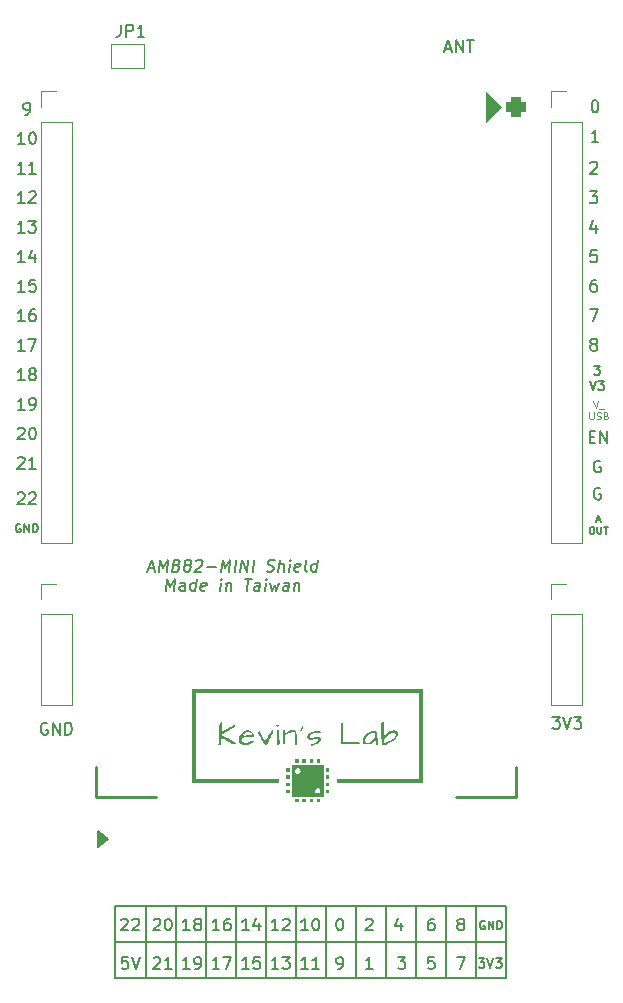
<source format=gto>
G04 #@! TF.GenerationSoftware,KiCad,Pcbnew,(6.0.7)*
G04 #@! TF.CreationDate,2023-01-29T13:56:44+08:00*
G04 #@! TF.ProjectId,mainBoard,6d61696e-426f-4617-9264-2e6b69636164,rev?*
G04 #@! TF.SameCoordinates,Original*
G04 #@! TF.FileFunction,Legend,Top*
G04 #@! TF.FilePolarity,Positive*
%FSLAX46Y46*%
G04 Gerber Fmt 4.6, Leading zero omitted, Abs format (unit mm)*
G04 Created by KiCad (PCBNEW (6.0.7)) date 2023-01-29 13:56:44*
%MOMM*%
%LPD*%
G01*
G04 APERTURE LIST*
G04 Aperture macros list*
%AMRoundRect*
0 Rectangle with rounded corners*
0 $1 Rounding radius*
0 $2 $3 $4 $5 $6 $7 $8 $9 X,Y pos of 4 corners*
0 Add a 4 corners polygon primitive as box body*
4,1,4,$2,$3,$4,$5,$6,$7,$8,$9,$2,$3,0*
0 Add four circle primitives for the rounded corners*
1,1,$1+$1,$2,$3*
1,1,$1+$1,$4,$5*
1,1,$1+$1,$6,$7*
1,1,$1+$1,$8,$9*
0 Add four rect primitives between the rounded corners*
20,1,$1+$1,$2,$3,$4,$5,0*
20,1,$1+$1,$4,$5,$6,$7,0*
20,1,$1+$1,$6,$7,$8,$9,0*
20,1,$1+$1,$8,$9,$2,$3,0*%
G04 Aperture macros list end*
%ADD10C,0.150000*%
%ADD11C,0.125000*%
%ADD12C,0.120000*%
%ADD13C,0.254000*%
%ADD14R,1.700000X1.700000*%
%ADD15O,1.700000X1.700000*%
%ADD16C,3.000000*%
%ADD17RoundRect,0.425000X-0.425000X-0.425000X0.425000X-0.425000X0.425000X0.425000X-0.425000X0.425000X0*%
%ADD18C,1.700000*%
%ADD19C,2.100000*%
%ADD20R,1.000000X1.500000*%
%ADD21R,2.600000X2.600000*%
%ADD22C,2.600000*%
G04 APERTURE END LIST*
D10*
X134620000Y-144080000D02*
X134620000Y-138000000D01*
X137160000Y-144080000D02*
X137160000Y-138000000D01*
X139700000Y-144080000D02*
X139700000Y-138000000D01*
X149860000Y-144080000D02*
X149860000Y-138000000D01*
X154940000Y-144080000D02*
X154940000Y-138000000D01*
X160020000Y-144080000D02*
X160020000Y-138000000D01*
X132000000Y-138000000D02*
X165100000Y-138000000D01*
X165100000Y-138000000D02*
X165100000Y-144080000D01*
X165100000Y-144080000D02*
X132000000Y-144080000D01*
X132000000Y-144080000D02*
X132000000Y-138000000D01*
X157480000Y-144080000D02*
X157480000Y-138000000D01*
X144780000Y-144080000D02*
X144780000Y-138000000D01*
X162560000Y-144080000D02*
X162560000Y-138000000D01*
X147320000Y-144080000D02*
X147320000Y-138000000D01*
X142240000Y-144080000D02*
X142240000Y-138000000D01*
G36*
X131400000Y-132300000D02*
G01*
X130500000Y-133000000D01*
X130500000Y-131600000D01*
X131400000Y-132300000D01*
G37*
X131400000Y-132300000D02*
X130500000Y-133000000D01*
X130500000Y-131600000D01*
X131400000Y-132300000D01*
X132000000Y-141040000D02*
X165100000Y-141040000D01*
X152400000Y-144080000D02*
X152400000Y-138000000D01*
X138309523Y-140032380D02*
X137738095Y-140032380D01*
X138023809Y-140032380D02*
X138023809Y-139032380D01*
X137928571Y-139175238D01*
X137833333Y-139270476D01*
X137738095Y-139318095D01*
X138880952Y-139460952D02*
X138785714Y-139413333D01*
X138738095Y-139365714D01*
X138690476Y-139270476D01*
X138690476Y-139222857D01*
X138738095Y-139127619D01*
X138785714Y-139080000D01*
X138880952Y-139032380D01*
X139071428Y-139032380D01*
X139166666Y-139080000D01*
X139214285Y-139127619D01*
X139261904Y-139222857D01*
X139261904Y-139270476D01*
X139214285Y-139365714D01*
X139166666Y-139413333D01*
X139071428Y-139460952D01*
X138880952Y-139460952D01*
X138785714Y-139508571D01*
X138738095Y-139556190D01*
X138690476Y-139651428D01*
X138690476Y-139841904D01*
X138738095Y-139937142D01*
X138785714Y-139984761D01*
X138880952Y-140032380D01*
X139071428Y-140032380D01*
X139166666Y-139984761D01*
X139214285Y-139937142D01*
X139261904Y-139841904D01*
X139261904Y-139651428D01*
X139214285Y-139556190D01*
X139166666Y-139508571D01*
X139071428Y-139460952D01*
X153785714Y-143282380D02*
X153214285Y-143282380D01*
X153500000Y-143282380D02*
X153500000Y-142282380D01*
X153404761Y-142425238D01*
X153309523Y-142520476D01*
X153214285Y-142568095D01*
X138309523Y-143282380D02*
X137738095Y-143282380D01*
X138023809Y-143282380D02*
X138023809Y-142282380D01*
X137928571Y-142425238D01*
X137833333Y-142520476D01*
X137738095Y-142568095D01*
X138785714Y-143282380D02*
X138976190Y-143282380D01*
X139071428Y-143234761D01*
X139119047Y-143187142D01*
X139214285Y-143044285D01*
X139261904Y-142853809D01*
X139261904Y-142472857D01*
X139214285Y-142377619D01*
X139166666Y-142330000D01*
X139071428Y-142282380D01*
X138880952Y-142282380D01*
X138785714Y-142330000D01*
X138738095Y-142377619D01*
X138690476Y-142472857D01*
X138690476Y-142710952D01*
X138738095Y-142806190D01*
X138785714Y-142853809D01*
X138880952Y-142901428D01*
X139071428Y-142901428D01*
X139166666Y-142853809D01*
X139214285Y-142806190D01*
X139261904Y-142710952D01*
X172533333Y-92217904D02*
X173028571Y-92217904D01*
X172761904Y-92522666D01*
X172876190Y-92522666D01*
X172952380Y-92560761D01*
X172990476Y-92598857D01*
X173028571Y-92675047D01*
X173028571Y-92865523D01*
X172990476Y-92941714D01*
X172952380Y-92979809D01*
X172876190Y-93017904D01*
X172647619Y-93017904D01*
X172571428Y-92979809D01*
X172533333Y-92941714D01*
X172152380Y-93505904D02*
X172419047Y-94305904D01*
X172685714Y-93505904D01*
X172876190Y-93505904D02*
X173371428Y-93505904D01*
X173104761Y-93810666D01*
X173219047Y-93810666D01*
X173295238Y-93848761D01*
X173333333Y-93886857D01*
X173371428Y-93963047D01*
X173371428Y-94153523D01*
X173333333Y-94229714D01*
X173295238Y-94267809D01*
X173219047Y-94305904D01*
X172990476Y-94305904D01*
X172914285Y-94267809D01*
X172876190Y-94229714D01*
X123738095Y-97547619D02*
X123785714Y-97500000D01*
X123880952Y-97452380D01*
X124119047Y-97452380D01*
X124214285Y-97500000D01*
X124261904Y-97547619D01*
X124309523Y-97642857D01*
X124309523Y-97738095D01*
X124261904Y-97880952D01*
X123690476Y-98452380D01*
X124309523Y-98452380D01*
X124928571Y-97452380D02*
X125023809Y-97452380D01*
X125119047Y-97500000D01*
X125166666Y-97547619D01*
X125214285Y-97642857D01*
X125261904Y-97833333D01*
X125261904Y-98071428D01*
X125214285Y-98261904D01*
X125166666Y-98357142D01*
X125119047Y-98404761D01*
X125023809Y-98452380D01*
X124928571Y-98452380D01*
X124833333Y-98404761D01*
X124785714Y-98357142D01*
X124738095Y-98261904D01*
X124690476Y-98071428D01*
X124690476Y-97833333D01*
X124738095Y-97642857D01*
X124785714Y-97547619D01*
X124833333Y-97500000D01*
X124928571Y-97452380D01*
X159957142Y-65366666D02*
X160433333Y-65366666D01*
X159861904Y-65652380D02*
X160195238Y-64652380D01*
X160528571Y-65652380D01*
X160861904Y-65652380D02*
X160861904Y-64652380D01*
X161433333Y-65652380D01*
X161433333Y-64652380D01*
X161766666Y-64652380D02*
X162338095Y-64652380D01*
X162052380Y-65652380D02*
X162052380Y-64652380D01*
X172738095Y-82452380D02*
X172261904Y-82452380D01*
X172214285Y-82928571D01*
X172261904Y-82880952D01*
X172357142Y-82833333D01*
X172595238Y-82833333D01*
X172690476Y-82880952D01*
X172738095Y-82928571D01*
X172785714Y-83023809D01*
X172785714Y-83261904D01*
X172738095Y-83357142D01*
X172690476Y-83404761D01*
X172595238Y-83452380D01*
X172357142Y-83452380D01*
X172261904Y-83404761D01*
X172214285Y-83357142D01*
X153214285Y-139127619D02*
X153261904Y-139080000D01*
X153357142Y-139032380D01*
X153595238Y-139032380D01*
X153690476Y-139080000D01*
X153738095Y-139127619D01*
X153785714Y-139222857D01*
X153785714Y-139318095D01*
X153738095Y-139460952D01*
X153166666Y-140032380D01*
X153785714Y-140032380D01*
X124309523Y-73452380D02*
X123738095Y-73452380D01*
X124023809Y-73452380D02*
X124023809Y-72452380D01*
X123928571Y-72595238D01*
X123833333Y-72690476D01*
X123738095Y-72738095D01*
X124928571Y-72452380D02*
X125023809Y-72452380D01*
X125119047Y-72500000D01*
X125166666Y-72547619D01*
X125214285Y-72642857D01*
X125261904Y-72833333D01*
X125261904Y-73071428D01*
X125214285Y-73261904D01*
X125166666Y-73357142D01*
X125119047Y-73404761D01*
X125023809Y-73452380D01*
X124928571Y-73452380D01*
X124833333Y-73404761D01*
X124785714Y-73357142D01*
X124738095Y-73261904D01*
X124690476Y-73071428D01*
X124690476Y-72833333D01*
X124738095Y-72642857D01*
X124785714Y-72547619D01*
X124833333Y-72500000D01*
X124928571Y-72452380D01*
X172214285Y-75047619D02*
X172261904Y-75000000D01*
X172357142Y-74952380D01*
X172595238Y-74952380D01*
X172690476Y-75000000D01*
X172738095Y-75047619D01*
X172785714Y-75142857D01*
X172785714Y-75238095D01*
X172738095Y-75380952D01*
X172166666Y-75952380D01*
X172785714Y-75952380D01*
X145809523Y-140032380D02*
X145238095Y-140032380D01*
X145523809Y-140032380D02*
X145523809Y-139032380D01*
X145428571Y-139175238D01*
X145333333Y-139270476D01*
X145238095Y-139318095D01*
X146190476Y-139127619D02*
X146238095Y-139080000D01*
X146333333Y-139032380D01*
X146571428Y-139032380D01*
X146666666Y-139080000D01*
X146714285Y-139127619D01*
X146761904Y-139222857D01*
X146761904Y-139318095D01*
X146714285Y-139460952D01*
X146142857Y-140032380D01*
X146761904Y-140032380D01*
X124309523Y-78452380D02*
X123738095Y-78452380D01*
X124023809Y-78452380D02*
X124023809Y-77452380D01*
X123928571Y-77595238D01*
X123833333Y-77690476D01*
X123738095Y-77738095D01*
X124690476Y-77547619D02*
X124738095Y-77500000D01*
X124833333Y-77452380D01*
X125071428Y-77452380D01*
X125166666Y-77500000D01*
X125214285Y-77547619D01*
X125261904Y-77642857D01*
X125261904Y-77738095D01*
X125214285Y-77880952D01*
X124642857Y-78452380D01*
X125261904Y-78452380D01*
X124309523Y-95952380D02*
X123738095Y-95952380D01*
X124023809Y-95952380D02*
X124023809Y-94952380D01*
X123928571Y-95095238D01*
X123833333Y-95190476D01*
X123738095Y-95238095D01*
X124785714Y-95952380D02*
X124976190Y-95952380D01*
X125071428Y-95904761D01*
X125119047Y-95857142D01*
X125214285Y-95714285D01*
X125261904Y-95523809D01*
X125261904Y-95142857D01*
X125214285Y-95047619D01*
X125166666Y-95000000D01*
X125071428Y-94952380D01*
X124880952Y-94952380D01*
X124785714Y-95000000D01*
X124738095Y-95047619D01*
X124690476Y-95142857D01*
X124690476Y-95380952D01*
X124738095Y-95476190D01*
X124785714Y-95523809D01*
X124880952Y-95571428D01*
X125071428Y-95571428D01*
X125166666Y-95523809D01*
X125214285Y-95476190D01*
X125261904Y-95380952D01*
X124309523Y-88452380D02*
X123738095Y-88452380D01*
X124023809Y-88452380D02*
X124023809Y-87452380D01*
X123928571Y-87595238D01*
X123833333Y-87690476D01*
X123738095Y-87738095D01*
X125166666Y-87452380D02*
X124976190Y-87452380D01*
X124880952Y-87500000D01*
X124833333Y-87547619D01*
X124738095Y-87690476D01*
X124690476Y-87880952D01*
X124690476Y-88261904D01*
X124738095Y-88357142D01*
X124785714Y-88404761D01*
X124880952Y-88452380D01*
X125071428Y-88452380D01*
X125166666Y-88404761D01*
X125214285Y-88357142D01*
X125261904Y-88261904D01*
X125261904Y-88023809D01*
X125214285Y-87928571D01*
X125166666Y-87880952D01*
X125071428Y-87833333D01*
X124880952Y-87833333D01*
X124785714Y-87880952D01*
X124738095Y-87928571D01*
X124690476Y-88023809D01*
X124309523Y-90952380D02*
X123738095Y-90952380D01*
X124023809Y-90952380D02*
X124023809Y-89952380D01*
X123928571Y-90095238D01*
X123833333Y-90190476D01*
X123738095Y-90238095D01*
X124642857Y-89952380D02*
X125309523Y-89952380D01*
X124880952Y-90952380D01*
X135238095Y-139127619D02*
X135285714Y-139080000D01*
X135380952Y-139032380D01*
X135619047Y-139032380D01*
X135714285Y-139080000D01*
X135761904Y-139127619D01*
X135809523Y-139222857D01*
X135809523Y-139318095D01*
X135761904Y-139460952D01*
X135190476Y-140032380D01*
X135809523Y-140032380D01*
X136428571Y-139032380D02*
X136523809Y-139032380D01*
X136619047Y-139080000D01*
X136666666Y-139127619D01*
X136714285Y-139222857D01*
X136761904Y-139413333D01*
X136761904Y-139651428D01*
X136714285Y-139841904D01*
X136666666Y-139937142D01*
X136619047Y-139984761D01*
X136523809Y-140032380D01*
X136428571Y-140032380D01*
X136333333Y-139984761D01*
X136285714Y-139937142D01*
X136238095Y-139841904D01*
X136190476Y-139651428D01*
X136190476Y-139413333D01*
X136238095Y-139222857D01*
X136285714Y-139127619D01*
X136333333Y-139080000D01*
X136428571Y-139032380D01*
X133059523Y-142282380D02*
X132583333Y-142282380D01*
X132535714Y-142758571D01*
X132583333Y-142710952D01*
X132678571Y-142663333D01*
X132916666Y-142663333D01*
X133011904Y-142710952D01*
X133059523Y-142758571D01*
X133107142Y-142853809D01*
X133107142Y-143091904D01*
X133059523Y-143187142D01*
X133011904Y-143234761D01*
X132916666Y-143282380D01*
X132678571Y-143282380D01*
X132583333Y-143234761D01*
X132535714Y-143187142D01*
X133392857Y-142282380D02*
X133726190Y-143282380D01*
X134059523Y-142282380D01*
X124309523Y-70952380D02*
X124500000Y-70952380D01*
X124595238Y-70904761D01*
X124642857Y-70857142D01*
X124738095Y-70714285D01*
X124785714Y-70523809D01*
X124785714Y-70142857D01*
X124738095Y-70047619D01*
X124690476Y-70000000D01*
X124595238Y-69952380D01*
X124404761Y-69952380D01*
X124309523Y-70000000D01*
X124261904Y-70047619D01*
X124214285Y-70142857D01*
X124214285Y-70380952D01*
X124261904Y-70476190D01*
X124309523Y-70523809D01*
X124404761Y-70571428D01*
X124595238Y-70571428D01*
X124690476Y-70523809D01*
X124738095Y-70476190D01*
X124785714Y-70380952D01*
X126238095Y-122500000D02*
X126142857Y-122452380D01*
X126000000Y-122452380D01*
X125857142Y-122500000D01*
X125761904Y-122595238D01*
X125714285Y-122690476D01*
X125666666Y-122880952D01*
X125666666Y-123023809D01*
X125714285Y-123214285D01*
X125761904Y-123309523D01*
X125857142Y-123404761D01*
X126000000Y-123452380D01*
X126095238Y-123452380D01*
X126238095Y-123404761D01*
X126285714Y-123357142D01*
X126285714Y-123023809D01*
X126095238Y-123023809D01*
X126714285Y-123452380D02*
X126714285Y-122452380D01*
X127285714Y-123452380D01*
X127285714Y-122452380D01*
X127761904Y-123452380D02*
X127761904Y-122452380D01*
X128000000Y-122452380D01*
X128142857Y-122500000D01*
X128238095Y-122595238D01*
X128285714Y-122690476D01*
X128333333Y-122880952D01*
X128333333Y-123023809D01*
X128285714Y-123214285D01*
X128238095Y-123309523D01*
X128142857Y-123404761D01*
X128000000Y-123452380D01*
X127761904Y-123452380D01*
X150952380Y-139032380D02*
X151047619Y-139032380D01*
X151142857Y-139080000D01*
X151190476Y-139127619D01*
X151238095Y-139222857D01*
X151285714Y-139413333D01*
X151285714Y-139651428D01*
X151238095Y-139841904D01*
X151190476Y-139937142D01*
X151142857Y-139984761D01*
X151047619Y-140032380D01*
X150952380Y-140032380D01*
X150857142Y-139984761D01*
X150809523Y-139937142D01*
X150761904Y-139841904D01*
X150714285Y-139651428D01*
X150714285Y-139413333D01*
X150761904Y-139222857D01*
X150809523Y-139127619D01*
X150857142Y-139080000D01*
X150952380Y-139032380D01*
X134798184Y-109361666D02*
X135274375Y-109361666D01*
X134667232Y-109647380D02*
X135125565Y-108647380D01*
X135333898Y-109647380D01*
X135667232Y-109647380D02*
X135792232Y-108647380D01*
X136036279Y-109361666D01*
X136458898Y-108647380D01*
X136333898Y-109647380D01*
X137208898Y-109123571D02*
X137345803Y-109171190D01*
X137387470Y-109218809D01*
X137423184Y-109314047D01*
X137405327Y-109456904D01*
X137345803Y-109552142D01*
X137292232Y-109599761D01*
X137191041Y-109647380D01*
X136810089Y-109647380D01*
X136935089Y-108647380D01*
X137268422Y-108647380D01*
X137357708Y-108695000D01*
X137399375Y-108742619D01*
X137435089Y-108837857D01*
X137423184Y-108933095D01*
X137363660Y-109028333D01*
X137310089Y-109075952D01*
X137208898Y-109123571D01*
X136875565Y-109123571D01*
X138024375Y-109075952D02*
X137935089Y-109028333D01*
X137893422Y-108980714D01*
X137857708Y-108885476D01*
X137863660Y-108837857D01*
X137923184Y-108742619D01*
X137976755Y-108695000D01*
X138077946Y-108647380D01*
X138268422Y-108647380D01*
X138357708Y-108695000D01*
X138399375Y-108742619D01*
X138435089Y-108837857D01*
X138429136Y-108885476D01*
X138369613Y-108980714D01*
X138316041Y-109028333D01*
X138214851Y-109075952D01*
X138024375Y-109075952D01*
X137923184Y-109123571D01*
X137869613Y-109171190D01*
X137810089Y-109266428D01*
X137786279Y-109456904D01*
X137821994Y-109552142D01*
X137863660Y-109599761D01*
X137952946Y-109647380D01*
X138143422Y-109647380D01*
X138244613Y-109599761D01*
X138298184Y-109552142D01*
X138357708Y-109456904D01*
X138381517Y-109266428D01*
X138345803Y-109171190D01*
X138304136Y-109123571D01*
X138214851Y-109075952D01*
X138827946Y-108742619D02*
X138881517Y-108695000D01*
X138982708Y-108647380D01*
X139220803Y-108647380D01*
X139310089Y-108695000D01*
X139351755Y-108742619D01*
X139387470Y-108837857D01*
X139375565Y-108933095D01*
X139310089Y-109075952D01*
X138667232Y-109647380D01*
X139286279Y-109647380D01*
X139762470Y-109266428D02*
X140524375Y-109266428D01*
X140952946Y-109647380D02*
X141077946Y-108647380D01*
X141321994Y-109361666D01*
X141744613Y-108647380D01*
X141619613Y-109647380D01*
X142095803Y-109647380D02*
X142220803Y-108647380D01*
X142571994Y-109647380D02*
X142696994Y-108647380D01*
X143143422Y-109647380D01*
X143268422Y-108647380D01*
X143619613Y-109647380D02*
X143744613Y-108647380D01*
X144816041Y-109599761D02*
X144952946Y-109647380D01*
X145191041Y-109647380D01*
X145292232Y-109599761D01*
X145345803Y-109552142D01*
X145405327Y-109456904D01*
X145417232Y-109361666D01*
X145381517Y-109266428D01*
X145339851Y-109218809D01*
X145250565Y-109171190D01*
X145066041Y-109123571D01*
X144976755Y-109075952D01*
X144935089Y-109028333D01*
X144899375Y-108933095D01*
X144911279Y-108837857D01*
X144970803Y-108742619D01*
X145024375Y-108695000D01*
X145125565Y-108647380D01*
X145363660Y-108647380D01*
X145500565Y-108695000D01*
X145810089Y-109647380D02*
X145935089Y-108647380D01*
X146238660Y-109647380D02*
X146304136Y-109123571D01*
X146268422Y-109028333D01*
X146179136Y-108980714D01*
X146036279Y-108980714D01*
X145935089Y-109028333D01*
X145881517Y-109075952D01*
X146714851Y-109647380D02*
X146798184Y-108980714D01*
X146839851Y-108647380D02*
X146786279Y-108695000D01*
X146827946Y-108742619D01*
X146881517Y-108695000D01*
X146839851Y-108647380D01*
X146827946Y-108742619D01*
X147577946Y-109599761D02*
X147476755Y-109647380D01*
X147286279Y-109647380D01*
X147196994Y-109599761D01*
X147161279Y-109504523D01*
X147208898Y-109123571D01*
X147268422Y-109028333D01*
X147369613Y-108980714D01*
X147560089Y-108980714D01*
X147649375Y-109028333D01*
X147685089Y-109123571D01*
X147673184Y-109218809D01*
X147185089Y-109314047D01*
X148191041Y-109647380D02*
X148101755Y-109599761D01*
X148066041Y-109504523D01*
X148173184Y-108647380D01*
X149000565Y-109647380D02*
X149125565Y-108647380D01*
X149006517Y-109599761D02*
X148905327Y-109647380D01*
X148714851Y-109647380D01*
X148625565Y-109599761D01*
X148583898Y-109552142D01*
X148548184Y-109456904D01*
X148583898Y-109171190D01*
X148643422Y-109075952D01*
X148696994Y-109028333D01*
X148798184Y-108980714D01*
X148988660Y-108980714D01*
X149077946Y-109028333D01*
X136286279Y-111257380D02*
X136411279Y-110257380D01*
X136655327Y-110971666D01*
X137077946Y-110257380D01*
X136952946Y-111257380D01*
X137857708Y-111257380D02*
X137923184Y-110733571D01*
X137887470Y-110638333D01*
X137798184Y-110590714D01*
X137607708Y-110590714D01*
X137506517Y-110638333D01*
X137863660Y-111209761D02*
X137762470Y-111257380D01*
X137524375Y-111257380D01*
X137435089Y-111209761D01*
X137399375Y-111114523D01*
X137411279Y-111019285D01*
X137470803Y-110924047D01*
X137571994Y-110876428D01*
X137810089Y-110876428D01*
X137911279Y-110828809D01*
X138762470Y-111257380D02*
X138887470Y-110257380D01*
X138768422Y-111209761D02*
X138667232Y-111257380D01*
X138476755Y-111257380D01*
X138387470Y-111209761D01*
X138345803Y-111162142D01*
X138310089Y-111066904D01*
X138345803Y-110781190D01*
X138405327Y-110685952D01*
X138458898Y-110638333D01*
X138560089Y-110590714D01*
X138750565Y-110590714D01*
X138839851Y-110638333D01*
X139625565Y-111209761D02*
X139524375Y-111257380D01*
X139333898Y-111257380D01*
X139244613Y-111209761D01*
X139208898Y-111114523D01*
X139256517Y-110733571D01*
X139316041Y-110638333D01*
X139417232Y-110590714D01*
X139607708Y-110590714D01*
X139696994Y-110638333D01*
X139732708Y-110733571D01*
X139720803Y-110828809D01*
X139232708Y-110924047D01*
X140857708Y-111257380D02*
X140941041Y-110590714D01*
X140982708Y-110257380D02*
X140929136Y-110305000D01*
X140970803Y-110352619D01*
X141024375Y-110305000D01*
X140982708Y-110257380D01*
X140970803Y-110352619D01*
X141417232Y-110590714D02*
X141333898Y-111257380D01*
X141405327Y-110685952D02*
X141458898Y-110638333D01*
X141560089Y-110590714D01*
X141702946Y-110590714D01*
X141792232Y-110638333D01*
X141827946Y-110733571D01*
X141762470Y-111257380D01*
X142982708Y-110257380D02*
X143554136Y-110257380D01*
X143143422Y-111257380D02*
X143268422Y-110257380D01*
X144191041Y-111257380D02*
X144256517Y-110733571D01*
X144220803Y-110638333D01*
X144131517Y-110590714D01*
X143941041Y-110590714D01*
X143839851Y-110638333D01*
X144196994Y-111209761D02*
X144095803Y-111257380D01*
X143857708Y-111257380D01*
X143768422Y-111209761D01*
X143732708Y-111114523D01*
X143744613Y-111019285D01*
X143804136Y-110924047D01*
X143905327Y-110876428D01*
X144143422Y-110876428D01*
X144244613Y-110828809D01*
X144667232Y-111257380D02*
X144750565Y-110590714D01*
X144792232Y-110257380D02*
X144738660Y-110305000D01*
X144780327Y-110352619D01*
X144833898Y-110305000D01*
X144792232Y-110257380D01*
X144780327Y-110352619D01*
X145131517Y-110590714D02*
X145238660Y-111257380D01*
X145488660Y-110781190D01*
X145619613Y-111257380D01*
X145893422Y-110590714D01*
X146619613Y-111257380D02*
X146685089Y-110733571D01*
X146649375Y-110638333D01*
X146560089Y-110590714D01*
X146369613Y-110590714D01*
X146268422Y-110638333D01*
X146625565Y-111209761D02*
X146524375Y-111257380D01*
X146286279Y-111257380D01*
X146196994Y-111209761D01*
X146161279Y-111114523D01*
X146173184Y-111019285D01*
X146232708Y-110924047D01*
X146333898Y-110876428D01*
X146571994Y-110876428D01*
X146673184Y-110828809D01*
X147179136Y-110590714D02*
X147095803Y-111257380D01*
X147167232Y-110685952D02*
X147220803Y-110638333D01*
X147321994Y-110590714D01*
X147464851Y-110590714D01*
X147554136Y-110638333D01*
X147589851Y-110733571D01*
X147524375Y-111257380D01*
X124309523Y-85952380D02*
X123738095Y-85952380D01*
X124023809Y-85952380D02*
X124023809Y-84952380D01*
X123928571Y-85095238D01*
X123833333Y-85190476D01*
X123738095Y-85238095D01*
X125214285Y-84952380D02*
X124738095Y-84952380D01*
X124690476Y-85428571D01*
X124738095Y-85380952D01*
X124833333Y-85333333D01*
X125071428Y-85333333D01*
X125166666Y-85380952D01*
X125214285Y-85428571D01*
X125261904Y-85523809D01*
X125261904Y-85761904D01*
X125214285Y-85857142D01*
X125166666Y-85904761D01*
X125071428Y-85952380D01*
X124833333Y-85952380D01*
X124738095Y-85904761D01*
X124690476Y-85857142D01*
X143309523Y-140032380D02*
X142738095Y-140032380D01*
X143023809Y-140032380D02*
X143023809Y-139032380D01*
X142928571Y-139175238D01*
X142833333Y-139270476D01*
X142738095Y-139318095D01*
X144166666Y-139365714D02*
X144166666Y-140032380D01*
X143928571Y-138984761D02*
X143690476Y-139699047D01*
X144309523Y-139699047D01*
X172404761Y-90380952D02*
X172309523Y-90333333D01*
X172261904Y-90285714D01*
X172214285Y-90190476D01*
X172214285Y-90142857D01*
X172261904Y-90047619D01*
X172309523Y-90000000D01*
X172404761Y-89952380D01*
X172595238Y-89952380D01*
X172690476Y-90000000D01*
X172738095Y-90047619D01*
X172785714Y-90142857D01*
X172785714Y-90190476D01*
X172738095Y-90285714D01*
X172690476Y-90333333D01*
X172595238Y-90380952D01*
X172404761Y-90380952D01*
X172309523Y-90428571D01*
X172261904Y-90476190D01*
X172214285Y-90571428D01*
X172214285Y-90761904D01*
X172261904Y-90857142D01*
X172309523Y-90904761D01*
X172404761Y-90952380D01*
X172595238Y-90952380D01*
X172690476Y-90904761D01*
X172738095Y-90857142D01*
X172785714Y-90761904D01*
X172785714Y-90571428D01*
X172738095Y-90476190D01*
X172690476Y-90428571D01*
X172595238Y-90380952D01*
X124309523Y-93452380D02*
X123738095Y-93452380D01*
X124023809Y-93452380D02*
X124023809Y-92452380D01*
X123928571Y-92595238D01*
X123833333Y-92690476D01*
X123738095Y-92738095D01*
X124880952Y-92880952D02*
X124785714Y-92833333D01*
X124738095Y-92785714D01*
X124690476Y-92690476D01*
X124690476Y-92642857D01*
X124738095Y-92547619D01*
X124785714Y-92500000D01*
X124880952Y-92452380D01*
X125071428Y-92452380D01*
X125166666Y-92500000D01*
X125214285Y-92547619D01*
X125261904Y-92642857D01*
X125261904Y-92690476D01*
X125214285Y-92785714D01*
X125166666Y-92833333D01*
X125071428Y-92880952D01*
X124880952Y-92880952D01*
X124785714Y-92928571D01*
X124738095Y-92976190D01*
X124690476Y-93071428D01*
X124690476Y-93261904D01*
X124738095Y-93357142D01*
X124785714Y-93404761D01*
X124880952Y-93452380D01*
X125071428Y-93452380D01*
X125166666Y-93404761D01*
X125214285Y-93357142D01*
X125261904Y-93261904D01*
X125261904Y-93071428D01*
X125214285Y-92976190D01*
X125166666Y-92928571D01*
X125071428Y-92880952D01*
X172166666Y-77452380D02*
X172785714Y-77452380D01*
X172452380Y-77833333D01*
X172595238Y-77833333D01*
X172690476Y-77880952D01*
X172738095Y-77928571D01*
X172785714Y-78023809D01*
X172785714Y-78261904D01*
X172738095Y-78357142D01*
X172690476Y-78404761D01*
X172595238Y-78452380D01*
X172309523Y-78452380D01*
X172214285Y-78404761D01*
X172166666Y-78357142D01*
X140809523Y-143282380D02*
X140238095Y-143282380D01*
X140523809Y-143282380D02*
X140523809Y-142282380D01*
X140428571Y-142425238D01*
X140333333Y-142520476D01*
X140238095Y-142568095D01*
X141142857Y-142282380D02*
X141809523Y-142282380D01*
X141380952Y-143282380D01*
X172161904Y-98228571D02*
X172495238Y-98228571D01*
X172638095Y-98752380D02*
X172161904Y-98752380D01*
X172161904Y-97752380D01*
X172638095Y-97752380D01*
X173066666Y-98752380D02*
X173066666Y-97752380D01*
X173638095Y-98752380D01*
X173638095Y-97752380D01*
X148309523Y-143282380D02*
X147738095Y-143282380D01*
X148023809Y-143282380D02*
X148023809Y-142282380D01*
X147928571Y-142425238D01*
X147833333Y-142520476D01*
X147738095Y-142568095D01*
X149261904Y-143282380D02*
X148690476Y-143282380D01*
X148976190Y-143282380D02*
X148976190Y-142282380D01*
X148880952Y-142425238D01*
X148785714Y-142520476D01*
X148690476Y-142568095D01*
X172552380Y-69752380D02*
X172647619Y-69752380D01*
X172742857Y-69800000D01*
X172790476Y-69847619D01*
X172838095Y-69942857D01*
X172885714Y-70133333D01*
X172885714Y-70371428D01*
X172838095Y-70561904D01*
X172790476Y-70657142D01*
X172742857Y-70704761D01*
X172647619Y-70752380D01*
X172552380Y-70752380D01*
X172457142Y-70704761D01*
X172409523Y-70657142D01*
X172361904Y-70561904D01*
X172314285Y-70371428D01*
X172314285Y-70133333D01*
X172361904Y-69942857D01*
X172409523Y-69847619D01*
X172457142Y-69800000D01*
X172552380Y-69752380D01*
X162759523Y-142391904D02*
X163254761Y-142391904D01*
X162988095Y-142696666D01*
X163102380Y-142696666D01*
X163178571Y-142734761D01*
X163216666Y-142772857D01*
X163254761Y-142849047D01*
X163254761Y-143039523D01*
X163216666Y-143115714D01*
X163178571Y-143153809D01*
X163102380Y-143191904D01*
X162873809Y-143191904D01*
X162797619Y-143153809D01*
X162759523Y-143115714D01*
X163483333Y-142391904D02*
X163750000Y-143191904D01*
X164016666Y-142391904D01*
X164207142Y-142391904D02*
X164702380Y-142391904D01*
X164435714Y-142696666D01*
X164550000Y-142696666D01*
X164626190Y-142734761D01*
X164664285Y-142772857D01*
X164702380Y-142849047D01*
X164702380Y-143039523D01*
X164664285Y-143115714D01*
X164626190Y-143153809D01*
X164550000Y-143191904D01*
X164321428Y-143191904D01*
X164245238Y-143153809D01*
X164207142Y-143115714D01*
X172757142Y-105317000D02*
X173042857Y-105317000D01*
X172700000Y-105488428D02*
X172900000Y-104888428D01*
X173100000Y-105488428D01*
X172300000Y-105854428D02*
X172414285Y-105854428D01*
X172471428Y-105883000D01*
X172528571Y-105940142D01*
X172557142Y-106054428D01*
X172557142Y-106254428D01*
X172528571Y-106368714D01*
X172471428Y-106425857D01*
X172414285Y-106454428D01*
X172300000Y-106454428D01*
X172242857Y-106425857D01*
X172185714Y-106368714D01*
X172157142Y-106254428D01*
X172157142Y-106054428D01*
X172185714Y-105940142D01*
X172242857Y-105883000D01*
X172300000Y-105854428D01*
X172814285Y-105854428D02*
X172814285Y-106340142D01*
X172842857Y-106397285D01*
X172871428Y-106425857D01*
X172928571Y-106454428D01*
X173042857Y-106454428D01*
X173100000Y-106425857D01*
X173128571Y-106397285D01*
X173157142Y-106340142D01*
X173157142Y-105854428D01*
X173357142Y-105854428D02*
X173700000Y-105854428D01*
X173528571Y-106454428D02*
X173528571Y-105854428D01*
X124309523Y-83452380D02*
X123738095Y-83452380D01*
X124023809Y-83452380D02*
X124023809Y-82452380D01*
X123928571Y-82595238D01*
X123833333Y-82690476D01*
X123738095Y-82738095D01*
X125166666Y-82785714D02*
X125166666Y-83452380D01*
X124928571Y-82404761D02*
X124690476Y-83119047D01*
X125309523Y-83119047D01*
X161154761Y-139460952D02*
X161059523Y-139413333D01*
X161011904Y-139365714D01*
X160964285Y-139270476D01*
X160964285Y-139222857D01*
X161011904Y-139127619D01*
X161059523Y-139080000D01*
X161154761Y-139032380D01*
X161345238Y-139032380D01*
X161440476Y-139080000D01*
X161488095Y-139127619D01*
X161535714Y-139222857D01*
X161535714Y-139270476D01*
X161488095Y-139365714D01*
X161440476Y-139413333D01*
X161345238Y-139460952D01*
X161154761Y-139460952D01*
X161059523Y-139508571D01*
X161011904Y-139556190D01*
X160964285Y-139651428D01*
X160964285Y-139841904D01*
X161011904Y-139937142D01*
X161059523Y-139984761D01*
X161154761Y-140032380D01*
X161345238Y-140032380D01*
X161440476Y-139984761D01*
X161488095Y-139937142D01*
X161535714Y-139841904D01*
X161535714Y-139651428D01*
X161488095Y-139556190D01*
X161440476Y-139508571D01*
X161345238Y-139460952D01*
X124309523Y-75952380D02*
X123738095Y-75952380D01*
X124023809Y-75952380D02*
X124023809Y-74952380D01*
X123928571Y-75095238D01*
X123833333Y-75190476D01*
X123738095Y-75238095D01*
X125261904Y-75952380D02*
X124690476Y-75952380D01*
X124976190Y-75952380D02*
X124976190Y-74952380D01*
X124880952Y-75095238D01*
X124785714Y-75190476D01*
X124690476Y-75238095D01*
X172690476Y-84952380D02*
X172500000Y-84952380D01*
X172404761Y-85000000D01*
X172357142Y-85047619D01*
X172261904Y-85190476D01*
X172214285Y-85380952D01*
X172214285Y-85761904D01*
X172261904Y-85857142D01*
X172309523Y-85904761D01*
X172404761Y-85952380D01*
X172595238Y-85952380D01*
X172690476Y-85904761D01*
X172738095Y-85857142D01*
X172785714Y-85761904D01*
X172785714Y-85523809D01*
X172738095Y-85428571D01*
X172690476Y-85380952D01*
X172595238Y-85333333D01*
X172404761Y-85333333D01*
X172309523Y-85380952D01*
X172261904Y-85428571D01*
X172214285Y-85523809D01*
X145809523Y-143282380D02*
X145238095Y-143282380D01*
X145523809Y-143282380D02*
X145523809Y-142282380D01*
X145428571Y-142425238D01*
X145333333Y-142520476D01*
X145238095Y-142568095D01*
X146142857Y-142282380D02*
X146761904Y-142282380D01*
X146428571Y-142663333D01*
X146571428Y-142663333D01*
X146666666Y-142710952D01*
X146714285Y-142758571D01*
X146761904Y-142853809D01*
X146761904Y-143091904D01*
X146714285Y-143187142D01*
X146666666Y-143234761D01*
X146571428Y-143282380D01*
X146285714Y-143282380D01*
X146190476Y-143234761D01*
X146142857Y-143187142D01*
X140809523Y-140032380D02*
X140238095Y-140032380D01*
X140523809Y-140032380D02*
X140523809Y-139032380D01*
X140428571Y-139175238D01*
X140333333Y-139270476D01*
X140238095Y-139318095D01*
X141666666Y-139032380D02*
X141476190Y-139032380D01*
X141380952Y-139080000D01*
X141333333Y-139127619D01*
X141238095Y-139270476D01*
X141190476Y-139460952D01*
X141190476Y-139841904D01*
X141238095Y-139937142D01*
X141285714Y-139984761D01*
X141380952Y-140032380D01*
X141571428Y-140032380D01*
X141666666Y-139984761D01*
X141714285Y-139937142D01*
X141761904Y-139841904D01*
X141761904Y-139603809D01*
X141714285Y-139508571D01*
X141666666Y-139460952D01*
X141571428Y-139413333D01*
X141380952Y-139413333D01*
X141285714Y-139460952D01*
X141238095Y-139508571D01*
X141190476Y-139603809D01*
X148309523Y-140032380D02*
X147738095Y-140032380D01*
X148023809Y-140032380D02*
X148023809Y-139032380D01*
X147928571Y-139175238D01*
X147833333Y-139270476D01*
X147738095Y-139318095D01*
X148928571Y-139032380D02*
X149023809Y-139032380D01*
X149119047Y-139080000D01*
X149166666Y-139127619D01*
X149214285Y-139222857D01*
X149261904Y-139413333D01*
X149261904Y-139651428D01*
X149214285Y-139841904D01*
X149166666Y-139937142D01*
X149119047Y-139984761D01*
X149023809Y-140032380D01*
X148928571Y-140032380D01*
X148833333Y-139984761D01*
X148785714Y-139937142D01*
X148738095Y-139841904D01*
X148690476Y-139651428D01*
X148690476Y-139413333D01*
X148738095Y-139222857D01*
X148785714Y-139127619D01*
X148833333Y-139080000D01*
X148928571Y-139032380D01*
X173061904Y-100300000D02*
X172966666Y-100252380D01*
X172823809Y-100252380D01*
X172680952Y-100300000D01*
X172585714Y-100395238D01*
X172538095Y-100490476D01*
X172490476Y-100680952D01*
X172490476Y-100823809D01*
X172538095Y-101014285D01*
X172585714Y-101109523D01*
X172680952Y-101204761D01*
X172823809Y-101252380D01*
X172919047Y-101252380D01*
X173061904Y-101204761D01*
X173109523Y-101157142D01*
X173109523Y-100823809D01*
X172919047Y-100823809D01*
X135238095Y-142377619D02*
X135285714Y-142330000D01*
X135380952Y-142282380D01*
X135619047Y-142282380D01*
X135714285Y-142330000D01*
X135761904Y-142377619D01*
X135809523Y-142472857D01*
X135809523Y-142568095D01*
X135761904Y-142710952D01*
X135190476Y-143282380D01*
X135809523Y-143282380D01*
X136761904Y-143282380D02*
X136190476Y-143282380D01*
X136476190Y-143282380D02*
X136476190Y-142282380D01*
X136380952Y-142425238D01*
X136285714Y-142520476D01*
X136190476Y-142568095D01*
X172166666Y-87452380D02*
X172833333Y-87452380D01*
X172404761Y-88452380D01*
X123738095Y-103047619D02*
X123785714Y-103000000D01*
X123880952Y-102952380D01*
X124119047Y-102952380D01*
X124214285Y-103000000D01*
X124261904Y-103047619D01*
X124309523Y-103142857D01*
X124309523Y-103238095D01*
X124261904Y-103380952D01*
X123690476Y-103952380D01*
X124309523Y-103952380D01*
X124690476Y-103047619D02*
X124738095Y-103000000D01*
X124833333Y-102952380D01*
X125071428Y-102952380D01*
X125166666Y-103000000D01*
X125214285Y-103047619D01*
X125261904Y-103142857D01*
X125261904Y-103238095D01*
X125214285Y-103380952D01*
X124642857Y-103952380D01*
X125261904Y-103952380D01*
X132488095Y-139127619D02*
X132535714Y-139080000D01*
X132630952Y-139032380D01*
X132869047Y-139032380D01*
X132964285Y-139080000D01*
X133011904Y-139127619D01*
X133059523Y-139222857D01*
X133059523Y-139318095D01*
X133011904Y-139460952D01*
X132440476Y-140032380D01*
X133059523Y-140032380D01*
X133440476Y-139127619D02*
X133488095Y-139080000D01*
X133583333Y-139032380D01*
X133821428Y-139032380D01*
X133916666Y-139080000D01*
X133964285Y-139127619D01*
X134011904Y-139222857D01*
X134011904Y-139318095D01*
X133964285Y-139460952D01*
X133392857Y-140032380D01*
X134011904Y-140032380D01*
X143309523Y-143282380D02*
X142738095Y-143282380D01*
X143023809Y-143282380D02*
X143023809Y-142282380D01*
X142928571Y-142425238D01*
X142833333Y-142520476D01*
X142738095Y-142568095D01*
X144214285Y-142282380D02*
X143738095Y-142282380D01*
X143690476Y-142758571D01*
X143738095Y-142710952D01*
X143833333Y-142663333D01*
X144071428Y-142663333D01*
X144166666Y-142710952D01*
X144214285Y-142758571D01*
X144261904Y-142853809D01*
X144261904Y-143091904D01*
X144214285Y-143187142D01*
X144166666Y-143234761D01*
X144071428Y-143282380D01*
X143833333Y-143282380D01*
X143738095Y-143234761D01*
X143690476Y-143187142D01*
X156190476Y-139365714D02*
X156190476Y-140032380D01*
X155952380Y-138984761D02*
X155714285Y-139699047D01*
X156333333Y-139699047D01*
X158988095Y-142282380D02*
X158511904Y-142282380D01*
X158464285Y-142758571D01*
X158511904Y-142710952D01*
X158607142Y-142663333D01*
X158845238Y-142663333D01*
X158940476Y-142710952D01*
X158988095Y-142758571D01*
X159035714Y-142853809D01*
X159035714Y-143091904D01*
X158988095Y-143187142D01*
X158940476Y-143234761D01*
X158845238Y-143282380D01*
X158607142Y-143282380D01*
X158511904Y-143234761D01*
X158464285Y-143187142D01*
X123966666Y-105650000D02*
X123900000Y-105616666D01*
X123800000Y-105616666D01*
X123700000Y-105650000D01*
X123633333Y-105716666D01*
X123600000Y-105783333D01*
X123566666Y-105916666D01*
X123566666Y-106016666D01*
X123600000Y-106150000D01*
X123633333Y-106216666D01*
X123700000Y-106283333D01*
X123800000Y-106316666D01*
X123866666Y-106316666D01*
X123966666Y-106283333D01*
X124000000Y-106250000D01*
X124000000Y-106016666D01*
X123866666Y-106016666D01*
X124300000Y-106316666D02*
X124300000Y-105616666D01*
X124700000Y-106316666D01*
X124700000Y-105616666D01*
X125033333Y-106316666D02*
X125033333Y-105616666D01*
X125200000Y-105616666D01*
X125300000Y-105650000D01*
X125366666Y-105716666D01*
X125400000Y-105783333D01*
X125433333Y-105916666D01*
X125433333Y-106016666D01*
X125400000Y-106150000D01*
X125366666Y-106216666D01*
X125300000Y-106283333D01*
X125200000Y-106316666D01*
X125033333Y-106316666D01*
X155916666Y-142282380D02*
X156535714Y-142282380D01*
X156202380Y-142663333D01*
X156345238Y-142663333D01*
X156440476Y-142710952D01*
X156488095Y-142758571D01*
X156535714Y-142853809D01*
X156535714Y-143091904D01*
X156488095Y-143187142D01*
X156440476Y-143234761D01*
X156345238Y-143282380D01*
X156059523Y-143282380D01*
X155964285Y-143234761D01*
X155916666Y-143187142D01*
X172690476Y-80285714D02*
X172690476Y-80952380D01*
X172452380Y-79904761D02*
X172214285Y-80619047D01*
X172833333Y-80619047D01*
X172885714Y-73252380D02*
X172314285Y-73252380D01*
X172600000Y-73252380D02*
X172600000Y-72252380D01*
X172504761Y-72395238D01*
X172409523Y-72490476D01*
X172314285Y-72538095D01*
X124309523Y-80952380D02*
X123738095Y-80952380D01*
X124023809Y-80952380D02*
X124023809Y-79952380D01*
X123928571Y-80095238D01*
X123833333Y-80190476D01*
X123738095Y-80238095D01*
X124642857Y-79952380D02*
X125261904Y-79952380D01*
X124928571Y-80333333D01*
X125071428Y-80333333D01*
X125166666Y-80380952D01*
X125214285Y-80428571D01*
X125261904Y-80523809D01*
X125261904Y-80761904D01*
X125214285Y-80857142D01*
X125166666Y-80904761D01*
X125071428Y-80952380D01*
X124785714Y-80952380D01*
X124690476Y-80904761D01*
X124642857Y-80857142D01*
X123738095Y-100047619D02*
X123785714Y-100000000D01*
X123880952Y-99952380D01*
X124119047Y-99952380D01*
X124214285Y-100000000D01*
X124261904Y-100047619D01*
X124309523Y-100142857D01*
X124309523Y-100238095D01*
X124261904Y-100380952D01*
X123690476Y-100952380D01*
X124309523Y-100952380D01*
X125261904Y-100952380D02*
X124690476Y-100952380D01*
X124976190Y-100952380D02*
X124976190Y-99952380D01*
X124880952Y-100095238D01*
X124785714Y-100190476D01*
X124690476Y-100238095D01*
X160916666Y-142282380D02*
X161583333Y-142282380D01*
X161154761Y-143282380D01*
X173061904Y-102600000D02*
X172966666Y-102552380D01*
X172823809Y-102552380D01*
X172680952Y-102600000D01*
X172585714Y-102695238D01*
X172538095Y-102790476D01*
X172490476Y-102980952D01*
X172490476Y-103123809D01*
X172538095Y-103314285D01*
X172585714Y-103409523D01*
X172680952Y-103504761D01*
X172823809Y-103552380D01*
X172919047Y-103552380D01*
X173061904Y-103504761D01*
X173109523Y-103457142D01*
X173109523Y-103123809D01*
X172919047Y-103123809D01*
X163266666Y-139250000D02*
X163200000Y-139216666D01*
X163100000Y-139216666D01*
X163000000Y-139250000D01*
X162933333Y-139316666D01*
X162900000Y-139383333D01*
X162866666Y-139516666D01*
X162866666Y-139616666D01*
X162900000Y-139750000D01*
X162933333Y-139816666D01*
X163000000Y-139883333D01*
X163100000Y-139916666D01*
X163166666Y-139916666D01*
X163266666Y-139883333D01*
X163300000Y-139850000D01*
X163300000Y-139616666D01*
X163166666Y-139616666D01*
X163600000Y-139916666D02*
X163600000Y-139216666D01*
X164000000Y-139916666D01*
X164000000Y-139216666D01*
X164333333Y-139916666D02*
X164333333Y-139216666D01*
X164500000Y-139216666D01*
X164600000Y-139250000D01*
X164666666Y-139316666D01*
X164700000Y-139383333D01*
X164733333Y-139516666D01*
X164733333Y-139616666D01*
X164700000Y-139750000D01*
X164666666Y-139816666D01*
X164600000Y-139883333D01*
X164500000Y-139916666D01*
X164333333Y-139916666D01*
X150809523Y-143282380D02*
X151000000Y-143282380D01*
X151095238Y-143234761D01*
X151142857Y-143187142D01*
X151238095Y-143044285D01*
X151285714Y-142853809D01*
X151285714Y-142472857D01*
X151238095Y-142377619D01*
X151190476Y-142330000D01*
X151095238Y-142282380D01*
X150904761Y-142282380D01*
X150809523Y-142330000D01*
X150761904Y-142377619D01*
X150714285Y-142472857D01*
X150714285Y-142710952D01*
X150761904Y-142806190D01*
X150809523Y-142853809D01*
X150904761Y-142901428D01*
X151095238Y-142901428D01*
X151190476Y-142853809D01*
X151238095Y-142806190D01*
X151285714Y-142710952D01*
X169011904Y-121952380D02*
X169630952Y-121952380D01*
X169297619Y-122333333D01*
X169440476Y-122333333D01*
X169535714Y-122380952D01*
X169583333Y-122428571D01*
X169630952Y-122523809D01*
X169630952Y-122761904D01*
X169583333Y-122857142D01*
X169535714Y-122904761D01*
X169440476Y-122952380D01*
X169154761Y-122952380D01*
X169059523Y-122904761D01*
X169011904Y-122857142D01*
X169916666Y-121952380D02*
X170250000Y-122952380D01*
X170583333Y-121952380D01*
X170821428Y-121952380D02*
X171440476Y-121952380D01*
X171107142Y-122333333D01*
X171250000Y-122333333D01*
X171345238Y-122380952D01*
X171392857Y-122428571D01*
X171440476Y-122523809D01*
X171440476Y-122761904D01*
X171392857Y-122857142D01*
X171345238Y-122904761D01*
X171250000Y-122952380D01*
X170964285Y-122952380D01*
X170869047Y-122904761D01*
X170821428Y-122857142D01*
D11*
X172471428Y-95188428D02*
X172671428Y-95788428D01*
X172871428Y-95188428D01*
X172928571Y-95845571D02*
X173385714Y-95845571D01*
X172142857Y-96154428D02*
X172142857Y-96640142D01*
X172171428Y-96697285D01*
X172200000Y-96725857D01*
X172257142Y-96754428D01*
X172371428Y-96754428D01*
X172428571Y-96725857D01*
X172457142Y-96697285D01*
X172485714Y-96640142D01*
X172485714Y-96154428D01*
X172742857Y-96725857D02*
X172828571Y-96754428D01*
X172971428Y-96754428D01*
X173028571Y-96725857D01*
X173057142Y-96697285D01*
X173085714Y-96640142D01*
X173085714Y-96583000D01*
X173057142Y-96525857D01*
X173028571Y-96497285D01*
X172971428Y-96468714D01*
X172857142Y-96440142D01*
X172800000Y-96411571D01*
X172771428Y-96383000D01*
X172742857Y-96325857D01*
X172742857Y-96268714D01*
X172771428Y-96211571D01*
X172800000Y-96183000D01*
X172857142Y-96154428D01*
X173000000Y-96154428D01*
X173085714Y-96183000D01*
X173542857Y-96440142D02*
X173628571Y-96468714D01*
X173657142Y-96497285D01*
X173685714Y-96554428D01*
X173685714Y-96640142D01*
X173657142Y-96697285D01*
X173628571Y-96725857D01*
X173571428Y-96754428D01*
X173342857Y-96754428D01*
X173342857Y-96154428D01*
X173542857Y-96154428D01*
X173600000Y-96183000D01*
X173628571Y-96211571D01*
X173657142Y-96268714D01*
X173657142Y-96325857D01*
X173628571Y-96383000D01*
X173600000Y-96411571D01*
X173542857Y-96440142D01*
X173342857Y-96440142D01*
D10*
X158940476Y-139032380D02*
X158750000Y-139032380D01*
X158654761Y-139080000D01*
X158607142Y-139127619D01*
X158511904Y-139270476D01*
X158464285Y-139460952D01*
X158464285Y-139841904D01*
X158511904Y-139937142D01*
X158559523Y-139984761D01*
X158654761Y-140032380D01*
X158845238Y-140032380D01*
X158940476Y-139984761D01*
X158988095Y-139937142D01*
X159035714Y-139841904D01*
X159035714Y-139603809D01*
X158988095Y-139508571D01*
X158940476Y-139460952D01*
X158845238Y-139413333D01*
X158654761Y-139413333D01*
X158559523Y-139460952D01*
X158511904Y-139508571D01*
X158464285Y-139603809D01*
X132466666Y-63352380D02*
X132466666Y-64066666D01*
X132419047Y-64209523D01*
X132323809Y-64304761D01*
X132180952Y-64352380D01*
X132085714Y-64352380D01*
X132942857Y-64352380D02*
X132942857Y-63352380D01*
X133323809Y-63352380D01*
X133419047Y-63400000D01*
X133466666Y-63447619D01*
X133514285Y-63542857D01*
X133514285Y-63685714D01*
X133466666Y-63780952D01*
X133419047Y-63828571D01*
X133323809Y-63876190D01*
X132942857Y-63876190D01*
X134466666Y-64352380D02*
X133895238Y-64352380D01*
X134180952Y-64352380D02*
X134180952Y-63352380D01*
X134085714Y-63495238D01*
X133990476Y-63590476D01*
X133895238Y-63638095D01*
D12*
X125670000Y-107195000D02*
X128330000Y-107195000D01*
X125670000Y-68975000D02*
X127000000Y-68975000D01*
X125670000Y-70305000D02*
X125670000Y-68975000D01*
X128330000Y-71575000D02*
X128330000Y-107195000D01*
X125670000Y-71575000D02*
X128330000Y-71575000D01*
X125670000Y-71575000D02*
X125670000Y-107195000D01*
D13*
X165953000Y-128725000D02*
X165953000Y-126185000D01*
X130393000Y-128725000D02*
X130393000Y-126185000D01*
X165953000Y-128725000D02*
X160873000Y-128725000D01*
X130393000Y-128725000D02*
X135473000Y-128725000D01*
G36*
X164683000Y-70305000D02*
G01*
X163413000Y-71575000D01*
X163413000Y-69035000D01*
X164683000Y-70305000D01*
G37*
D12*
X164683000Y-70305000D02*
X163413000Y-71575000D01*
X163413000Y-69035000D01*
X164683000Y-70305000D01*
X168850000Y-70305000D02*
X168850000Y-68975000D01*
X171510000Y-71575000D02*
X171510000Y-107195000D01*
X168850000Y-107195000D02*
X171510000Y-107195000D01*
X168850000Y-71575000D02*
X171510000Y-71575000D01*
X168850000Y-71575000D02*
X168850000Y-107195000D01*
X168850000Y-68975000D02*
X170180000Y-68975000D01*
G36*
X150120937Y-127219096D02*
G01*
X149815893Y-127219096D01*
X149815893Y-126914052D01*
X150120937Y-126914052D01*
X150120937Y-127219096D01*
G37*
G36*
X146765452Y-127219096D02*
G01*
X146460408Y-127219096D01*
X146460408Y-126914052D01*
X146765452Y-126914052D01*
X146765452Y-127219096D01*
G37*
G36*
X146353437Y-123036250D02*
G01*
X146371384Y-123092515D01*
X146373037Y-123183880D01*
X146370450Y-123219301D01*
X146365383Y-123293356D01*
X146367101Y-123333269D01*
X146376265Y-123345109D01*
X146383878Y-123342378D01*
X146412328Y-123324509D01*
X146464830Y-123291020D01*
X146531274Y-123248365D01*
X146548664Y-123237163D01*
X146700194Y-123149597D01*
X146841401Y-123087844D01*
X146968278Y-123052916D01*
X147076819Y-123045827D01*
X147163017Y-123067588D01*
X147180417Y-123077531D01*
X147229278Y-123119658D01*
X147268866Y-123178104D01*
X147299941Y-123256628D01*
X147323263Y-123358988D01*
X147339592Y-123488941D01*
X147349688Y-123650245D01*
X147354310Y-123846658D01*
X147354801Y-123939872D01*
X147355204Y-124331345D01*
X147295395Y-124331345D01*
X147247430Y-124323691D01*
X147220365Y-124306717D01*
X147215666Y-124280263D01*
X147210545Y-124219004D01*
X147205311Y-124128802D01*
X147200270Y-124015518D01*
X147195729Y-123885014D01*
X147192923Y-123782929D01*
X147188921Y-123643556D01*
X147184166Y-123517111D01*
X147178970Y-123409465D01*
X147173646Y-123326489D01*
X147168505Y-123274055D01*
X147165072Y-123258478D01*
X147130326Y-123238522D01*
X147066824Y-123235254D01*
X146981801Y-123246424D01*
X146882493Y-123269779D01*
X146776137Y-123303067D01*
X146669968Y-123344039D01*
X146571224Y-123390440D01*
X146487139Y-123440021D01*
X146427446Y-123487999D01*
X146410457Y-123506298D01*
X146397997Y-123526333D01*
X146389364Y-123554277D01*
X146383857Y-123596301D01*
X146380774Y-123658578D01*
X146379412Y-123747280D01*
X146379071Y-123868578D01*
X146379063Y-123913528D01*
X146379063Y-124290673D01*
X146290211Y-124290673D01*
X146234637Y-124288652D01*
X146206850Y-124276136D01*
X146193973Y-124243446D01*
X146188753Y-124214412D01*
X146184534Y-124166343D01*
X146181448Y-124085297D01*
X146179460Y-123978949D01*
X146178538Y-123854979D01*
X146178647Y-123721063D01*
X146179754Y-123584878D01*
X146181824Y-123454104D01*
X146184826Y-123336417D01*
X146188723Y-123239494D01*
X146193330Y-123172576D01*
X146201812Y-123100559D01*
X146212896Y-123058430D01*
X146231569Y-123035472D01*
X146262819Y-123020970D01*
X146264107Y-123020517D01*
X146318057Y-123012960D01*
X146353437Y-123036250D01*
G37*
G36*
X146765452Y-126609008D02*
G01*
X146460408Y-126609008D01*
X146460408Y-126303964D01*
X146765452Y-126303964D01*
X146765452Y-126609008D01*
G37*
G36*
X149253927Y-123120255D02*
G01*
X149319178Y-123130049D01*
X149344811Y-123139605D01*
X149355318Y-123162576D01*
X149364068Y-123208181D01*
X149369659Y-123261704D01*
X149370689Y-123308427D01*
X149365756Y-123333636D01*
X149363411Y-123334852D01*
X149342572Y-123330977D01*
X149291994Y-123320733D01*
X149221729Y-123306161D01*
X149205804Y-123302825D01*
X149023220Y-123281555D01*
X148846806Y-123297621D01*
X148735848Y-123326506D01*
X148648965Y-123364826D01*
X148572810Y-123417537D01*
X148510754Y-123478953D01*
X148466170Y-123543385D01*
X148442430Y-123605145D01*
X148442908Y-123658548D01*
X148470976Y-123697903D01*
X148506395Y-123713457D01*
X148543193Y-123714920D01*
X148611632Y-123710719D01*
X148703193Y-123701624D01*
X148809357Y-123688405D01*
X148855850Y-123681867D01*
X149025644Y-123660353D01*
X149160487Y-123650967D01*
X149264380Y-123654137D01*
X149341327Y-123670288D01*
X149395327Y-123699847D01*
X149430286Y-123743056D01*
X149441137Y-123804434D01*
X149417468Y-123876952D01*
X149362779Y-123957295D01*
X149280569Y-124042151D01*
X149174335Y-124128206D01*
X149047578Y-124212148D01*
X148903795Y-124290662D01*
X148802823Y-124337235D01*
X148720579Y-124370914D01*
X148666022Y-124387248D01*
X148630269Y-124386696D01*
X148604438Y-124369716D01*
X148587550Y-124348368D01*
X148566172Y-124307041D01*
X148577109Y-124281097D01*
X148624338Y-124262499D01*
X148630869Y-124260819D01*
X148694074Y-124238459D01*
X148779288Y-124199715D01*
X148874670Y-124150757D01*
X148968383Y-124097754D01*
X149048588Y-124046876D01*
X149068550Y-124032726D01*
X149133771Y-123975094D01*
X149172990Y-123919684D01*
X149183143Y-123872716D01*
X149162800Y-123841404D01*
X149118550Y-123828917D01*
X149043605Y-123823974D01*
X148947180Y-123826274D01*
X148838488Y-123835513D01*
X148726744Y-123851391D01*
X148697995Y-123856633D01*
X148611251Y-123870523D01*
X148533647Y-123878106D01*
X148478262Y-123878260D01*
X148466945Y-123876454D01*
X148407434Y-123848576D01*
X148342895Y-123799208D01*
X148285485Y-123739881D01*
X148247359Y-123682123D01*
X148240046Y-123661224D01*
X148242104Y-123579921D01*
X148279694Y-123495214D01*
X148348294Y-123410762D01*
X148443381Y-123330227D01*
X148560432Y-123257267D01*
X148694926Y-123195544D01*
X148842341Y-123148716D01*
X148885714Y-123138687D01*
X148971608Y-123125393D01*
X149069022Y-123117904D01*
X149166835Y-123116199D01*
X149253927Y-123120255D01*
G37*
G36*
X145778532Y-122630265D02*
G01*
X145818219Y-122653808D01*
X145829984Y-122695736D01*
X145813248Y-122744193D01*
X145768951Y-122769307D01*
X145709891Y-122766882D01*
X145657083Y-122740441D01*
X145630915Y-122702103D01*
X145631706Y-122662638D01*
X145659770Y-122632818D01*
X145705665Y-122623099D01*
X145778532Y-122630265D01*
G37*
G36*
X148127982Y-129191714D02*
G01*
X147843274Y-129191714D01*
X147843274Y-128907006D01*
X148127982Y-128907006D01*
X148127982Y-129191714D01*
G37*
G36*
X153002634Y-123792980D02*
G01*
X153070657Y-123641494D01*
X153177674Y-123492923D01*
X153250374Y-123414846D01*
X153388413Y-123293928D01*
X153525905Y-123209383D01*
X153670270Y-123157698D01*
X153828931Y-123135361D01*
X153842421Y-123134739D01*
X153927705Y-123132110D01*
X153983146Y-123134017D01*
X154019509Y-123142730D01*
X154047561Y-123160517D01*
X154071454Y-123183006D01*
X154104336Y-123221603D01*
X154129720Y-123267427D01*
X154149125Y-123326941D01*
X154164073Y-123406605D01*
X154176082Y-123512883D01*
X154186674Y-123652235D01*
X154188500Y-123680585D01*
X154196320Y-123803901D01*
X154204341Y-123929630D01*
X154211688Y-124044074D01*
X154217481Y-124133532D01*
X154218116Y-124143235D01*
X154229100Y-124311009D01*
X154167335Y-124311009D01*
X154121386Y-124303543D01*
X154097635Y-124285593D01*
X154097634Y-124285589D01*
X154091580Y-124253147D01*
X154083650Y-124193711D01*
X154076381Y-124127983D01*
X154065772Y-124022659D01*
X154055988Y-123954763D01*
X154042314Y-123921428D01*
X154020033Y-123919788D01*
X153984429Y-123946977D01*
X153930785Y-124000130D01*
X153906477Y-124024739D01*
X153759998Y-124149155D01*
X153606412Y-124233785D01*
X153444581Y-124279073D01*
X153273373Y-124285465D01*
X153247199Y-124283136D01*
X153131009Y-124261799D01*
X153049119Y-124222907D01*
X152997811Y-124161947D01*
X152973369Y-124074401D01*
X152972073Y-123955753D01*
X152972453Y-123950286D01*
X153130704Y-123950286D01*
X153146294Y-124041028D01*
X153190684Y-124106010D01*
X153260308Y-124144103D01*
X153351599Y-124154176D01*
X153460989Y-124135098D01*
X153574412Y-124090896D01*
X153663078Y-124034925D01*
X153758346Y-123953387D01*
X153849342Y-123857444D01*
X153925192Y-123758257D01*
X153964753Y-123690212D01*
X154005324Y-123584503D01*
X154022356Y-123488084D01*
X154015324Y-123408742D01*
X153987188Y-123357565D01*
X153927798Y-123324360D01*
X153844006Y-123312047D01*
X153746124Y-123320326D01*
X153644464Y-123348894D01*
X153599011Y-123368896D01*
X153498816Y-123431030D01*
X153399818Y-123513987D01*
X153308045Y-123610283D01*
X153229530Y-123712429D01*
X153170302Y-123812939D01*
X153136394Y-123904325D01*
X153130704Y-123950286D01*
X152972453Y-123950286D01*
X152972508Y-123949494D01*
X153002634Y-123792980D01*
G37*
G36*
X148738070Y-129191714D02*
G01*
X148453363Y-129191714D01*
X148453363Y-128907006D01*
X148738070Y-128907006D01*
X148738070Y-129191714D01*
G37*
G36*
X142776242Y-123240270D02*
G01*
X142905915Y-123158126D01*
X142967412Y-123129121D01*
X143024162Y-123112027D01*
X143091125Y-123103826D01*
X143183258Y-123101499D01*
X143186570Y-123101488D01*
X143278094Y-123102970D01*
X143345511Y-123110401D01*
X143405316Y-123127336D01*
X143474005Y-123157331D01*
X143496597Y-123168319D01*
X143609446Y-123234432D01*
X143684714Y-123304739D01*
X143725487Y-123382948D01*
X143735348Y-123455058D01*
X143731343Y-123525941D01*
X143716279Y-123580455D01*
X143685586Y-123620679D01*
X143634693Y-123648691D01*
X143559027Y-123666570D01*
X143454018Y-123676396D01*
X143315093Y-123680247D01*
X143239443Y-123680585D01*
X143096281Y-123681655D01*
X142987122Y-123685644D01*
X142905334Y-123693723D01*
X142844286Y-123707062D01*
X142797345Y-123726829D01*
X142757881Y-123754195D01*
X142741797Y-123768369D01*
X142687592Y-123832374D01*
X142670752Y-123894494D01*
X142689560Y-123964113D01*
X142701717Y-123987542D01*
X142769219Y-124069673D01*
X142862675Y-124121722D01*
X142982359Y-124143693D01*
X143128542Y-124135590D01*
X143301499Y-124097420D01*
X143501502Y-124029186D01*
X143567578Y-124002538D01*
X143665179Y-123967741D01*
X143733656Y-123955426D01*
X143771341Y-123964321D01*
X143776564Y-123993153D01*
X143747657Y-124040651D01*
X143692032Y-124097447D01*
X143562902Y-124189613D01*
X143408654Y-124260269D01*
X143239759Y-124307142D01*
X143066685Y-124327960D01*
X142899902Y-124320451D01*
X142784152Y-124294515D01*
X142652298Y-124235415D01*
X142554108Y-124153649D01*
X142489830Y-124049731D01*
X142459711Y-123924178D01*
X142463996Y-123777507D01*
X142485681Y-123669806D01*
X142548614Y-123507020D01*
X142582116Y-123457582D01*
X142764553Y-123457582D01*
X142766722Y-123491064D01*
X142805898Y-123514304D01*
X142865973Y-123524562D01*
X142974743Y-123529717D01*
X143093349Y-123529093D01*
X143211869Y-123523398D01*
X143320381Y-123513338D01*
X143408963Y-123499622D01*
X143467692Y-123482957D01*
X143470977Y-123481433D01*
X143529195Y-123439940D01*
X143548572Y-123393612D01*
X143530153Y-123345565D01*
X143474983Y-123298914D01*
X143397170Y-123261606D01*
X143278076Y-123237626D01*
X143143884Y-123251004D01*
X142994234Y-123301783D01*
X142972003Y-123311891D01*
X142868001Y-123366375D01*
X142798582Y-123415479D01*
X142764553Y-123457582D01*
X142582116Y-123457582D01*
X142646462Y-123362630D01*
X142776242Y-123240270D01*
G37*
G36*
X150120937Y-127829184D02*
G01*
X149815893Y-127829184D01*
X149815893Y-127524140D01*
X150120937Y-127524140D01*
X150120937Y-127829184D01*
G37*
G36*
X145859274Y-123216817D02*
G01*
X145863702Y-123277242D01*
X145869414Y-123367461D01*
X145875993Y-123479515D01*
X145883019Y-123605446D01*
X145890073Y-123737295D01*
X145896738Y-123867104D01*
X145902594Y-123986914D01*
X145907223Y-124088767D01*
X145910206Y-124164704D01*
X145911134Y-124202791D01*
X145894404Y-124257862D01*
X145852282Y-124295935D01*
X145797685Y-124311394D01*
X145743531Y-124298622D01*
X145724493Y-124283958D01*
X145716287Y-124267415D01*
X145709820Y-124233459D01*
X145704921Y-124178208D01*
X145701421Y-124097779D01*
X145699151Y-123988289D01*
X145697941Y-123845856D01*
X145697620Y-123668786D01*
X145697798Y-123080665D01*
X145846640Y-123068261D01*
X145859274Y-123216817D01*
G37*
G36*
X146765452Y-127829184D02*
G01*
X146460408Y-127829184D01*
X146460408Y-127524140D01*
X146765452Y-127524140D01*
X146765452Y-127829184D01*
G37*
G36*
X150120937Y-126609008D02*
G01*
X149815893Y-126609008D01*
X149815893Y-126303964D01*
X150120937Y-126303964D01*
X150120937Y-126609008D01*
G37*
G36*
X147517894Y-125836229D02*
G01*
X147233186Y-125836229D01*
X147233186Y-125551522D01*
X147517894Y-125551522D01*
X147517894Y-125836229D01*
G37*
G36*
X154535886Y-123893224D02*
G01*
X154533044Y-123730837D01*
X154530890Y-123544322D01*
X154529507Y-123336989D01*
X154529309Y-123287564D01*
X154528598Y-123073539D01*
X154528212Y-122896536D01*
X154528303Y-122752904D01*
X154529025Y-122638993D01*
X154530530Y-122551152D01*
X154532970Y-122485731D01*
X154536498Y-122439079D01*
X154541266Y-122407546D01*
X154547426Y-122387481D01*
X154555132Y-122375234D01*
X154564535Y-122367154D01*
X154567847Y-122364906D01*
X154616771Y-122347752D01*
X154663235Y-122357641D01*
X154716933Y-122378057D01*
X154719475Y-122876799D01*
X154720379Y-123015779D01*
X154721570Y-123141510D01*
X154722962Y-123248193D01*
X154724471Y-123330027D01*
X154726010Y-123381212D01*
X154727102Y-123395877D01*
X154730863Y-123427719D01*
X154734047Y-123482377D01*
X154734728Y-123501574D01*
X154737270Y-123586934D01*
X154844035Y-123477687D01*
X154969228Y-123364639D01*
X155105173Y-123268170D01*
X155246084Y-123190415D01*
X155386172Y-123133507D01*
X155519649Y-123099580D01*
X155640727Y-123090770D01*
X155743619Y-123109210D01*
X155787332Y-123129860D01*
X155849424Y-123189700D01*
X155892394Y-123275953D01*
X155911881Y-123377132D01*
X155909195Y-123450827D01*
X155872035Y-123588374D01*
X155798409Y-123721202D01*
X155687450Y-123850183D01*
X155538291Y-123976188D01*
X155350063Y-124100089D01*
X155159600Y-124203948D01*
X155032944Y-124261330D01*
X154921027Y-124294603D01*
X154808148Y-124306639D01*
X154678608Y-124300307D01*
X154649848Y-124297151D01*
X154592521Y-124283459D01*
X154561142Y-124253969D01*
X154552528Y-124235320D01*
X154547739Y-124202532D01*
X154543315Y-124132380D01*
X154540001Y-124045556D01*
X154739109Y-124045556D01*
X154743412Y-124093017D01*
X154745319Y-124099291D01*
X154774748Y-124122441D01*
X154833992Y-124125505D01*
X154918081Y-124109473D01*
X155022045Y-124075335D01*
X155140915Y-124024082D01*
X155153754Y-124017896D01*
X155260011Y-123958674D01*
X155366930Y-123885718D01*
X155469877Y-123803757D01*
X155564219Y-123717520D01*
X155645322Y-123631735D01*
X155708552Y-123551130D01*
X155749278Y-123480436D01*
X155762864Y-123424379D01*
X155757321Y-123401927D01*
X155711773Y-123339562D01*
X155651601Y-123304476D01*
X155566801Y-123291650D01*
X155536874Y-123291369D01*
X155407541Y-123311037D01*
X155273152Y-123363122D01*
X155140478Y-123441710D01*
X155016287Y-123540889D01*
X154907348Y-123654744D01*
X154820431Y-123777361D01*
X154762305Y-123902827D01*
X154742909Y-123985005D01*
X154739109Y-124045556D01*
X154540001Y-124045556D01*
X154539337Y-124028175D01*
X154535886Y-123893224D01*
G37*
G36*
X145321322Y-123050024D02*
G01*
X145358653Y-123084165D01*
X145371446Y-123108107D01*
X145366247Y-123135864D01*
X145345739Y-123194483D01*
X145312494Y-123278295D01*
X145269082Y-123381629D01*
X145218074Y-123498816D01*
X145162042Y-123624187D01*
X145103556Y-123752072D01*
X145045187Y-123876801D01*
X144989507Y-123992704D01*
X144939086Y-124094112D01*
X144896496Y-124175356D01*
X144864307Y-124230764D01*
X144858245Y-124239832D01*
X144805737Y-124301263D01*
X144757488Y-124324159D01*
X144707397Y-124309318D01*
X144657295Y-124266044D01*
X144615099Y-124215885D01*
X144562352Y-124145041D01*
X144509514Y-124067651D01*
X144502517Y-124056806D01*
X144460102Y-123986524D01*
X144409384Y-123896261D01*
X144353705Y-123792678D01*
X144296407Y-123682440D01*
X144240830Y-123572209D01*
X144190316Y-123468648D01*
X144148206Y-123378421D01*
X144117842Y-123308190D01*
X144102565Y-123264619D01*
X144101401Y-123256929D01*
X144115318Y-123216117D01*
X144147964Y-123177942D01*
X144185683Y-123155850D01*
X144204272Y-123155628D01*
X144220302Y-123175085D01*
X144252399Y-123225396D01*
X144297583Y-123301476D01*
X144352878Y-123398242D01*
X144415304Y-123510608D01*
X144456583Y-123586434D01*
X144521450Y-123705326D01*
X144580471Y-123811261D01*
X144630787Y-123899291D01*
X144669543Y-123964470D01*
X144693881Y-124001850D01*
X144700568Y-124008900D01*
X144714331Y-123991739D01*
X144744615Y-123943759D01*
X144788528Y-123869882D01*
X144843179Y-123775030D01*
X144905678Y-123664124D01*
X144949413Y-123585265D01*
X145036823Y-123427401D01*
X145107422Y-123302062D01*
X145163543Y-123205891D01*
X145207521Y-123135528D01*
X145241688Y-123087615D01*
X145268380Y-123058793D01*
X145289929Y-123045703D01*
X145308670Y-123044987D01*
X145321322Y-123050024D01*
G37*
G36*
X148738070Y-125836229D02*
G01*
X148453363Y-125836229D01*
X148453363Y-125551522D01*
X148738070Y-125551522D01*
X148738070Y-125836229D01*
G37*
G36*
X149348158Y-125836229D02*
G01*
X149063451Y-125836229D01*
X149063451Y-125551522D01*
X149348158Y-125551522D01*
X149348158Y-125836229D01*
G37*
G36*
X150120937Y-128439272D02*
G01*
X149815893Y-128439272D01*
X149815893Y-128134228D01*
X150120937Y-128134228D01*
X150120937Y-128439272D01*
G37*
G36*
X151296130Y-123284679D02*
G01*
X151294206Y-123459038D01*
X151293024Y-123620278D01*
X151292570Y-123763961D01*
X151292832Y-123885645D01*
X151293798Y-123980893D01*
X151295454Y-124045264D01*
X151297789Y-124074320D01*
X151298352Y-124075512D01*
X151321000Y-124077729D01*
X151379254Y-124080541D01*
X151468054Y-124083786D01*
X151582343Y-124087301D01*
X151717059Y-124090922D01*
X151867145Y-124094488D01*
X151930865Y-124095873D01*
X152136393Y-124100445D01*
X152304786Y-124104825D01*
X152439576Y-124109306D01*
X152544296Y-124114186D01*
X152622481Y-124119757D01*
X152677663Y-124126317D01*
X152713377Y-124134159D01*
X152733155Y-124143579D01*
X152740531Y-124154871D01*
X152740326Y-124163475D01*
X152720700Y-124196485D01*
X152681407Y-124234142D01*
X152678084Y-124236667D01*
X152663997Y-124247604D01*
X152651252Y-124256620D01*
X152636066Y-124263872D01*
X152614658Y-124269515D01*
X152583247Y-124273703D01*
X152538050Y-124276593D01*
X152475285Y-124278339D01*
X152391171Y-124279096D01*
X152281926Y-124279019D01*
X152143767Y-124278265D01*
X151972914Y-124276988D01*
X151765584Y-124275343D01*
X151740542Y-124275148D01*
X151051981Y-124269790D01*
X151065042Y-124200168D01*
X151077890Y-124108752D01*
X151089296Y-123981691D01*
X151099034Y-123823994D01*
X151106878Y-123640671D01*
X151112600Y-123436731D01*
X151115975Y-123217184D01*
X151116821Y-123055245D01*
X151117414Y-122501081D01*
X151306164Y-122501081D01*
X151296130Y-123284679D01*
G37*
G36*
X149348158Y-129191714D02*
G01*
X149063451Y-129191714D01*
X149063451Y-128907006D01*
X149348158Y-128907006D01*
X149348158Y-129191714D01*
G37*
G36*
X147517894Y-129191714D02*
G01*
X147233186Y-129191714D01*
X147233186Y-128907006D01*
X147517894Y-128907006D01*
X147517894Y-129191714D01*
G37*
G36*
X148127982Y-125836229D02*
G01*
X147843274Y-125836229D01*
X147843274Y-125551522D01*
X148127982Y-125551522D01*
X148127982Y-125836229D01*
G37*
G36*
X147885992Y-122688349D02*
G01*
X147899730Y-122708088D01*
X147904045Y-122753846D01*
X147904267Y-122780705D01*
X147895699Y-122849844D01*
X147873201Y-122930276D01*
X147841553Y-123010733D01*
X147805538Y-123079949D01*
X147769934Y-123126656D01*
X147752410Y-123138611D01*
X147701425Y-123151120D01*
X147669665Y-123145533D01*
X147665447Y-123126422D01*
X147675418Y-123097473D01*
X147694916Y-123039068D01*
X147720876Y-122960427D01*
X147743124Y-122892554D01*
X147774472Y-122799469D01*
X147798080Y-122738752D01*
X147817618Y-122703735D01*
X147836755Y-122687747D01*
X147857767Y-122684108D01*
X147885992Y-122688349D01*
G37*
G36*
X141026557Y-122409885D02*
G01*
X141027274Y-122410322D01*
X141028135Y-122431538D01*
X141026481Y-122486988D01*
X141022610Y-122570335D01*
X141016818Y-122675236D01*
X141009403Y-122795353D01*
X141008800Y-122804637D01*
X141001497Y-122926055D01*
X140996210Y-123033146D01*
X140993164Y-123119458D01*
X140992581Y-123178538D01*
X140994687Y-123203933D01*
X140994928Y-123204269D01*
X141016515Y-123204224D01*
X141063915Y-123185001D01*
X141138805Y-123145692D01*
X141242860Y-123085387D01*
X141377758Y-123003177D01*
X141457349Y-122953541D01*
X141624921Y-122850197D01*
X141762743Y-122769522D01*
X141873931Y-122710225D01*
X141961602Y-122671014D01*
X142028870Y-122650598D01*
X142078852Y-122647686D01*
X142114663Y-122660984D01*
X142129562Y-122674879D01*
X142142120Y-122708294D01*
X142128120Y-122748556D01*
X142085827Y-122796989D01*
X142013505Y-122854919D01*
X141909419Y-122923669D01*
X141771834Y-123004565D01*
X141599014Y-123098931D01*
X141518695Y-123141236D01*
X141343696Y-123234740D01*
X141205142Y-123313551D01*
X141101860Y-123378438D01*
X141032677Y-123430173D01*
X140996419Y-123469525D01*
X140989952Y-123488656D01*
X141008247Y-123514039D01*
X141059057Y-123547984D01*
X141127222Y-123582268D01*
X141325702Y-123673915D01*
X141512040Y-123763181D01*
X141682270Y-123847978D01*
X141832424Y-123926218D01*
X141958536Y-123995814D01*
X142056640Y-124054677D01*
X142122769Y-124100721D01*
X142139192Y-124114901D01*
X142200599Y-124181477D01*
X142226757Y-124230664D01*
X142218221Y-124264365D01*
X142187783Y-124281142D01*
X142144382Y-124290670D01*
X142097357Y-124290753D01*
X142042514Y-124279572D01*
X141975661Y-124255306D01*
X141892605Y-124216136D01*
X141789153Y-124160243D01*
X141661112Y-124085806D01*
X141504289Y-123991005D01*
X141467854Y-123968675D01*
X141369926Y-123912029D01*
X141267171Y-123858322D01*
X141173940Y-123814793D01*
X141122138Y-123794293D01*
X140979784Y-123744764D01*
X140974133Y-124016528D01*
X140971888Y-124127440D01*
X140968511Y-124204546D01*
X140960925Y-124254664D01*
X140946056Y-124284614D01*
X140920828Y-124301216D01*
X140882165Y-124311290D01*
X140837430Y-124319623D01*
X140784603Y-124322382D01*
X140748037Y-124313026D01*
X140729766Y-124280626D01*
X140732926Y-124260191D01*
X140736743Y-124232067D01*
X140741397Y-124168384D01*
X140746642Y-124074240D01*
X140752232Y-123954734D01*
X140757920Y-123814964D01*
X140763461Y-123660029D01*
X140766622Y-123561621D01*
X140774662Y-123316655D01*
X140782834Y-123109232D01*
X140791647Y-122936222D01*
X140801612Y-122794498D01*
X140813238Y-122680931D01*
X140827036Y-122592391D01*
X140843515Y-122525752D01*
X140863186Y-122477885D01*
X140886558Y-122445660D01*
X140914142Y-122425949D01*
X140946447Y-122415625D01*
X140953637Y-122414393D01*
X141000931Y-122409112D01*
X141026557Y-122409885D01*
G37*
G36*
X146765452Y-128439272D02*
G01*
X146460408Y-128439272D01*
X146460408Y-128134228D01*
X146765452Y-128134228D01*
X146765452Y-128439272D01*
G37*
G36*
X149653202Y-125998920D02*
G01*
X149653202Y-128744316D01*
X146928142Y-128744316D01*
X146928142Y-128209589D01*
X148900760Y-128209589D01*
X148906147Y-128274116D01*
X148928188Y-128322721D01*
X148969904Y-128370129D01*
X149021661Y-128414817D01*
X149070787Y-128434916D01*
X149131030Y-128439272D01*
X149198942Y-128433195D01*
X149249221Y-128409031D01*
X149285592Y-128376692D01*
X149346250Y-128294680D01*
X149366437Y-128211491D01*
X149346137Y-128128723D01*
X149288714Y-128051318D01*
X149207153Y-127992693D01*
X149122327Y-127973954D01*
X149038255Y-127995041D01*
X148958955Y-128055896D01*
X148958672Y-128056198D01*
X148918435Y-128110627D01*
X148902362Y-128170738D01*
X148900760Y-128209589D01*
X146928142Y-128209589D01*
X146928142Y-126499687D01*
X147216580Y-126499687D01*
X147220403Y-126569240D01*
X147245947Y-126636360D01*
X147301089Y-126709236D01*
X147377649Y-126753907D01*
X147465037Y-126766765D01*
X147552663Y-126744198D01*
X147556557Y-126742233D01*
X147629766Y-126683159D01*
X147671406Y-126599802D01*
X147680584Y-126526344D01*
X147674095Y-126464488D01*
X147648796Y-126414810D01*
X147611441Y-126373107D01*
X147558025Y-126327584D01*
X147507211Y-126307538D01*
X147458203Y-126303964D01*
X147359663Y-126321303D01*
X147282586Y-126371833D01*
X147242315Y-126427991D01*
X147216580Y-126499687D01*
X146928142Y-126499687D01*
X146928142Y-125998920D01*
X149653202Y-125998920D01*
G37*
G36*
X158052082Y-127524140D02*
G01*
X150731025Y-127524140D01*
X150731025Y-127219096D01*
X157747037Y-127219096D01*
X157747037Y-119898039D01*
X138834307Y-119898039D01*
X138834307Y-127219096D01*
X145850320Y-127219096D01*
X145850320Y-127524140D01*
X138529263Y-127524140D01*
X138529263Y-119592995D01*
X158052082Y-119592995D01*
X158052082Y-127524140D01*
G37*
X168850000Y-110670000D02*
X170180000Y-110670000D01*
X168850000Y-120950000D02*
X171510000Y-120950000D01*
X168850000Y-113270000D02*
X168850000Y-120950000D01*
X171510000Y-113270000D02*
X171510000Y-120950000D01*
X168850000Y-113270000D02*
X171510000Y-113270000D01*
X168850000Y-112000000D02*
X168850000Y-110670000D01*
X128330000Y-113270000D02*
X128330000Y-120950000D01*
X125670000Y-113270000D02*
X128330000Y-113270000D01*
X125670000Y-112000000D02*
X125670000Y-110670000D01*
X125670000Y-120950000D02*
X128330000Y-120950000D01*
X125670000Y-113270000D02*
X125670000Y-120950000D01*
X125670000Y-110670000D02*
X127000000Y-110670000D01*
X131600000Y-65000000D02*
X134400000Y-65000000D01*
X134400000Y-67000000D02*
X131600000Y-67000000D01*
X131600000Y-67000000D02*
X131600000Y-65000000D01*
X134400000Y-65000000D02*
X134400000Y-67000000D01*
%LPC*%
D14*
X127000000Y-70305000D03*
D15*
X127000000Y-72845000D03*
X127000000Y-75385000D03*
X127000000Y-77925000D03*
X127000000Y-80465000D03*
X127000000Y-83005000D03*
X127000000Y-85545000D03*
X127000000Y-88085000D03*
X127000000Y-90625000D03*
X127000000Y-93165000D03*
X127000000Y-95705000D03*
X127000000Y-98245000D03*
X127000000Y-100785000D03*
X127000000Y-103325000D03*
X127000000Y-105865000D03*
D16*
X170180000Y-137160000D03*
D17*
X165953000Y-70305000D03*
D18*
X165953000Y-72845000D03*
X165953000Y-75385000D03*
X165953000Y-77925000D03*
X165953000Y-80465000D03*
X165953000Y-83005000D03*
X165953000Y-85545000D03*
X165953000Y-88085000D03*
X165953000Y-90625000D03*
X165953000Y-93165000D03*
X165953000Y-95705000D03*
X165953000Y-98245000D03*
X165953000Y-100785000D03*
X165953000Y-103325000D03*
X165953000Y-105865000D03*
X130745000Y-70305000D03*
X130745000Y-72845000D03*
X130745000Y-75385000D03*
X130745000Y-77925000D03*
X130745000Y-80465000D03*
X130745000Y-83005000D03*
X130745000Y-85545000D03*
X130745000Y-88085000D03*
X130745000Y-90625000D03*
X130745000Y-93165000D03*
X130745000Y-95705000D03*
X130745000Y-98245000D03*
X130745000Y-100785000D03*
X130745000Y-103325000D03*
X130745000Y-105865000D03*
D16*
X127000000Y-137160000D03*
X127000000Y-60960000D03*
X161000000Y-61000000D03*
D14*
X170180000Y-70305000D03*
D15*
X170180000Y-72845000D03*
X170180000Y-75385000D03*
X170180000Y-77925000D03*
X170180000Y-80465000D03*
X170180000Y-83005000D03*
X170180000Y-85545000D03*
X170180000Y-88085000D03*
X170180000Y-90625000D03*
X170180000Y-93165000D03*
X170180000Y-95705000D03*
X170180000Y-98245000D03*
X170180000Y-100785000D03*
X170180000Y-103325000D03*
X170180000Y-105865000D03*
D19*
X146100000Y-61200000D03*
D14*
X170180000Y-112000000D03*
D15*
X170180000Y-114540000D03*
X170180000Y-117080000D03*
X170180000Y-119620000D03*
D16*
X170180000Y-60960000D03*
D14*
X127000000Y-112000000D03*
D15*
X127000000Y-114540000D03*
X127000000Y-117080000D03*
X127000000Y-119620000D03*
D19*
X151180000Y-61200000D03*
D20*
X133650000Y-66000000D03*
X132350000Y-66000000D03*
D14*
X154000000Y-72000000D03*
D15*
X154000000Y-74540000D03*
X154000000Y-77080000D03*
X154000000Y-79620000D03*
X154000000Y-82160000D03*
X154000000Y-84700000D03*
X154000000Y-87240000D03*
X154000000Y-89780000D03*
D14*
X133365000Y-132350000D03*
D15*
X135905000Y-132350000D03*
X138445000Y-132350000D03*
X140985000Y-132350000D03*
X143525000Y-132350000D03*
X146065000Y-132350000D03*
X148605000Y-132350000D03*
X151145000Y-132350000D03*
X153685000Y-132350000D03*
X156225000Y-132350000D03*
X158765000Y-132350000D03*
X161305000Y-132350000D03*
X163845000Y-132350000D03*
X133365000Y-134890000D03*
X135905000Y-134890000D03*
X138445000Y-134890000D03*
X140985000Y-134890000D03*
X143525000Y-134890000D03*
X146065000Y-134890000D03*
X148605000Y-134890000D03*
X151145000Y-134890000D03*
X153685000Y-134890000D03*
X156225000Y-134890000D03*
X158765000Y-134890000D03*
X161305000Y-134890000D03*
X163845000Y-134890000D03*
D21*
X160000000Y-118000000D03*
D22*
X160000000Y-113000000D03*
D14*
X156540000Y-72000000D03*
D15*
X156540000Y-74540000D03*
X156540000Y-77080000D03*
X156540000Y-79620000D03*
X156540000Y-82160000D03*
X156540000Y-84700000D03*
X156540000Y-87240000D03*
X156540000Y-89780000D03*
D14*
X159080000Y-72000000D03*
D15*
X159080000Y-74540000D03*
X159080000Y-77080000D03*
X159080000Y-79620000D03*
X159080000Y-82160000D03*
X159080000Y-84700000D03*
X159080000Y-87240000D03*
X159080000Y-89780000D03*
M02*

</source>
